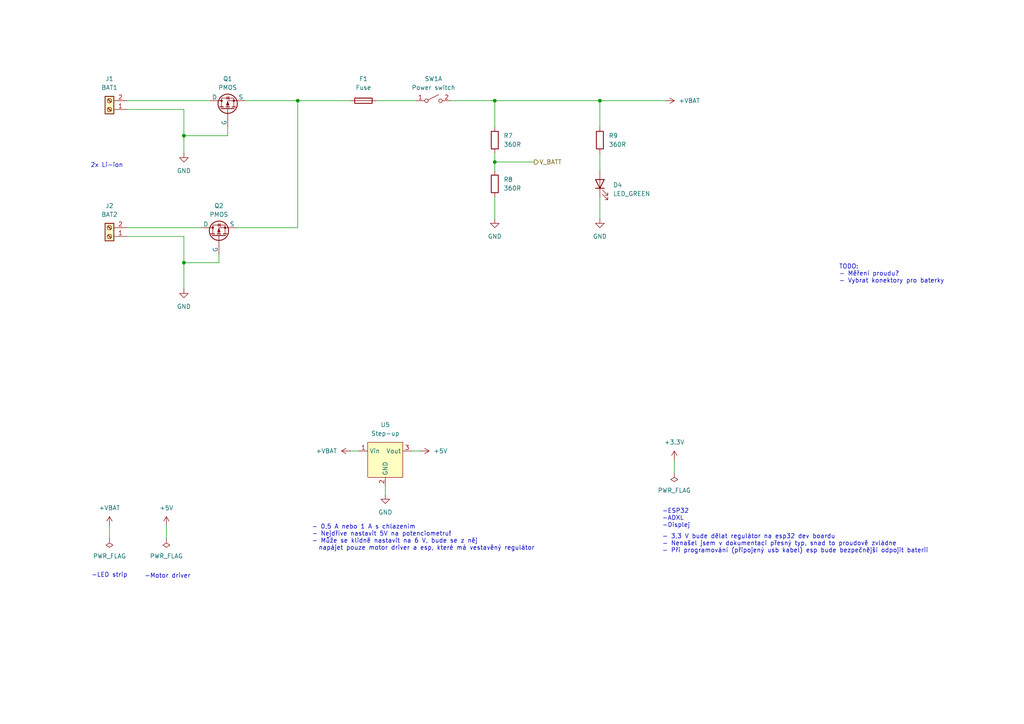
<source format=kicad_sch>
(kicad_sch (version 20250114) (generator "eeschema") (generator_version "9.0")
  (paper "A4")
  (lib_symbols
    (symbol "Connector:Screw_Terminal_01x02" (pin_names (offset 1.016) (hide yes))
      (property "Reference" "J" (at 0 2.54 0))
      (property "Value" "Screw_Terminal_01x02" (at 0 -5.08 0))
      (symbol "Screw_Terminal_01x02_1_1"
        (rectangle (start -1.27 1.27) (end 1.27 -3.81) (stroke (width 0.254)) (fill (type background)))
        (polyline (pts (xy -0.5334 0.3302) (xy 0.3302 -0.508)) (stroke (width 0.1524)))
        (polyline (pts (xy -0.5334 -2.2098) (xy 0.3302 -3.048)) (stroke (width 0.1524)))
        (polyline (pts (xy -0.3556 0.508) (xy 0.508 -0.3302)) (stroke (width 0.1524)))
        (polyline (pts (xy -0.3556 -2.032) (xy 0.508 -2.8702)) (stroke (width 0.1524)))
        (circle (center 0 0) (radius 0.635) (stroke (width 0.1524)))
        (circle (center 0 -2.54) (radius 0.635) (stroke (width 0.1524)))
        (pin passive line (at -5.08 0 0) (length 3.81) (name "Pin_1") (number "1"))
        (pin passive line (at -5.08 -2.54 0) (length 3.81) (name "Pin_2") (number "2"))
      )
    )
    (symbol "Device:Fuse" (pin_numbers (hide yes)) (pin_names (offset 0))
      (property "Reference" "F" (at 2.032 0 90))
      (property "Value" "Fuse" (at -1.905 0 90))
      (symbol "Fuse_0_1"
        (rectangle (start -0.762 -2.54) (end 0.762 2.54) (stroke (width 0.254)))
        (polyline (pts (xy 0 2.54) (xy 0 -2.54)))
      )
      (symbol "Fuse_1_1"
        (pin passive line (at 0 3.81 270) (length 1.27) (name "~") (number "1"))
        (pin passive line (at 0 -3.81 90) (length 1.27) (name "~") (number "2"))
      )
    )
    (symbol "Device:LED" (pin_numbers (hide yes)) (pin_names (offset 1.016) (hide yes))
      (property "Reference" "D" (at 0 2.54 0))
      (property "Value" "LED" (at 0 -2.54 0))
      (symbol "LED_0_1"
        (polyline (pts (xy -3.048 -0.762) (xy -4.572 -2.286) (xy -3.81 -2.286) (xy -4.572 -2.286) (xy -4.572 -1.524)))
        (polyline (pts (xy -1.778 -0.762) (xy -3.302 -2.286) (xy -2.54 -2.286) (xy -3.302 -2.286) (xy -3.302 -1.524)))
        (polyline (pts (xy -1.27 0) (xy 1.27 0)))
        (polyline (pts (xy -1.27 -1.27) (xy -1.27 1.27)) (stroke (width 0.254)))
        (polyline (pts (xy 1.27 -1.27) (xy 1.27 1.27) (xy -1.27 0) (xy 1.27 -1.27)) (stroke (width 0.254)))
      )
      (symbol "LED_1_1"
        (pin passive line (at -3.81 0 0) (length 2.54) (name "K") (number "1"))
        (pin passive line (at 3.81 0 180) (length 2.54) (name "A") (number "2"))
      )
    )
    (symbol "Device:R" (pin_numbers (hide yes)) (pin_names (offset 0))
      (property "Reference" "R" (at 2.032 0 90))
      (property "Value" "R" (at 0 0 90))
      (symbol "R_0_1"
        (rectangle (start -1.016 -2.54) (end 1.016 2.54) (stroke (width 0.254)))
      )
      (symbol "R_1_1"
        (pin passive line (at 0 3.81 270) (length 1.27) (name "~") (number "1"))
        (pin passive line (at 0 -3.81 90) (length 1.27) (name "~") (number "2"))
      )
    )
    (symbol "Simulation_SPICE:PMOS" (pin_numbers (hide yes)) (pin_names (offset 0))
      (property "Reference" "Q" (at 5.08 1.27 0))
      (property "Value" "PMOS" (at 5.08 -1.27 0))
      (symbol "PMOS_0_1"
        (polyline (pts (xy 0.254 1.905) (xy 0.254 -1.905)) (stroke (width 0.254)))
        (polyline (pts (xy 0.254 0) (xy -2.54 0)))
        (polyline (pts (xy 0.762 2.286) (xy 0.762 1.27)) (stroke (width 0.254)))
        (polyline (pts (xy 0.762 1.778) (xy 3.302 1.778) (xy 3.302 -1.778) (xy 0.762 -1.778)))
        (polyline (pts (xy 0.762 0.508) (xy 0.762 -0.508)) (stroke (width 0.254)))
        (polyline (pts (xy 0.762 -1.27) (xy 0.762 -2.286)) (stroke (width 0.254)))
        (circle (center 1.651 0) (radius 2.794) (stroke (width 0.254)))
        (polyline (pts (xy 2.286 0) (xy 1.27 0.381) (xy 1.27 -0.381) (xy 2.286 0)) (fill (type outline)))
        (polyline (pts (xy 2.54 2.54) (xy 2.54 1.778)))
        (circle (center 2.54 1.778) (radius 0.254) (fill (type outline)))
        (circle (center 2.54 -1.778) (radius 0.254) (fill (type outline)))
        (polyline (pts (xy 2.54 -2.54) (xy 2.54 0) (xy 0.762 0)))
        (polyline (pts (xy 2.794 -0.508) (xy 2.921 -0.381) (xy 3.683 -0.381) (xy 3.81 -0.254)))
        (polyline (pts (xy 3.302 -0.381) (xy 2.921 0.254) (xy 3.683 0.254) (xy 3.302 -0.381)))
      )
      (symbol "PMOS_1_1"
        (pin input line (at -5.08 0 0) (length 2.54) (name "G") (number "2"))
        (pin passive line (at 2.54 5.08 270) (length 2.54) (name "D") (number "1"))
        (pin passive line (at 2.54 -5.08 90) (length 2.54) (name "S") (number "3"))
      )
    )
    (symbol "Switch:SW_DPST_x2" (pin_names (offset 0) (hide yes))
      (property "Reference" "SW" (at 0 3.175 0))
      (property "Value" "SW_DPST_x2" (at 0 -2.54 0))
      (symbol "SW_DPST_x2_0_0"
        (circle (center -2.032 0) (radius 0.508))
        (polyline (pts (xy -1.524 0.254) (xy 1.524 1.778)))
        (circle (center 2.032 0) (radius 0.508))
      )
      (symbol "SW_DPST_x2_1_1"
        (pin passive line (at -5.08 0 0) (length 2.54) (name "A") (number "1"))
        (pin passive line (at 5.08 0 180) (length 2.54) (name "B") (number "2"))
      )
      (symbol "SW_DPST_x2_2_1"
        (pin passive line (at -5.08 0 0) (length 2.54) (name "A") (number "3"))
        (pin passive line (at 5.08 0 180) (length 2.54) (name "B") (number "4"))
      )
    )
    (symbol "power:GND" (power) (pin_numbers (hide yes)) (pin_names (offset 0) (hide yes))
      (property "Value" "GND" (at 0 -3.81 0))
      (symbol "GND_0_1"
        (polyline (pts (xy 0 0) (xy 0 -1.27) (xy 1.27 -1.27) (xy 0 -2.54) (xy -1.27 -1.27) (xy 0 -1.27)))
      )
      (symbol "GND_1_1"
        (pin power_in line (at 0 0 270) (length 0) (name "~") (number "1"))
      )
    )
    (symbol "power:PWR_FLAG" (power) (pin_numbers (hide yes)) (pin_names (offset 0) (hide yes))
      (property "Value" "PWR_FLAG" (at 0 3.81 0))
      (symbol "PWR_FLAG_0_0"
        (pin power_out line (at 0 0 90) (length 0) (name "~") (number "1"))
      )
      (symbol "PWR_FLAG_0_1"
        (polyline (pts (xy 0 0) (xy 0 1.27) (xy -1.016 1.905) (xy 0 2.54) (xy 1.016 1.905) (xy 0 1.27)))
      )
    )
    (symbol "power:VCC" (power) (pin_numbers (hide yes)) (pin_names (offset 0) (hide yes))
      (property "Value" "VCC" (at 0 3.556 0))
      (symbol "VCC_0_1"
        (polyline (pts (xy -0.762 1.27) (xy 0 2.54)))
        (polyline (pts (xy 0 2.54) (xy 0.762 1.27)))
        (polyline (pts (xy 0 0) (xy 0 2.54)))
      )
      (symbol "VCC_1_1"
        (pin power_in line (at 0 0 90) (length 0) (name "~") (number "1"))
      )
    )
    (symbol "step-up_module:_1"
      (property "Reference" "U" (at 0 6.35 0))
      (symbol "_1_1_1"
        (rectangle (start -5.08 5.08) (end 5.08 -5.08) (fill (type background)))
        (pin power_in line (at -7.62 2.54 0) (length 2.54) (name "Vin") (number "1"))
        (pin power_out line (at 0 -7.62 90) (length 2.54) (name "GND") (number "2"))
        (pin power_out line (at 7.62 2.54 180) (length 2.54) (name "Vout") (number "3"))
      )
    )
  )
  (text "-ESP32\n-ADXL\n-Displej" (at 192.024 150.368 0) (effects (font (size 1.27 1.27)) (justify left)))
  (text "-LED strip" (at 31.75 166.878 0) (effects (font (size 1.27 1.27))))
  (text "2x Li-ion" (at 30.988 48.006 0) (effects (font (size 1.27 1.27))))
  (text "-Motor driver" (at 41.91 167.132 0) (effects (font (size 1.27 1.27)) (justify left)))
  (text "- 0,5 A nebo 1 A s chlazením\n- Nejdříve nastavit 5V na potenciometru!\n- Může se klidně nastavit na 6 V, bude se z něj \n  napájet pouze motor driver a esp, které má vestavěný regulátor\n" (at 90.424 152.146 0) (effects (font (size 1.27 1.27)) (justify left top)))
  (text "- 3,3 V bude dělat regulátor na esp32 dev boardu\n- Nenašel jsem v dokumentaci přesný typ, snad to proudově zvládne\n- Při programování (připojený usb kabel) esp bude bezpečnější odpojit baterii\n" (at 192.024 154.94 0) (effects (font (size 1.27 1.27)) (justify left top)))
  (text "TODO:\n- Měření proudu?\n- Vybrat konektory pro baterky\n" (at 243.332 76.708 0) (effects (font (size 1.27 1.27)) (justify left top)))
  (junction (at 86.36 29.21))
  (junction (at 143.51 29.21))
  (junction (at 143.51 46.99))
  (junction (at 173.99 29.21))
  (junction (at 53.34 39.37))
  (junction (at 53.34 76.2))
  (wire (pts (xy 143.51 29.21) (xy 173.99 29.21)))
  (wire (pts (xy 53.34 76.2) (xy 53.34 68.58)))
  (wire (pts (xy 53.34 68.58) (xy 36.83 68.58)))
  (wire (pts (xy 143.51 46.99) (xy 143.51 49.53)))
  (wire (pts (xy 36.83 66.04) (xy 58.42 66.04)))
  (wire (pts (xy 36.83 31.75) (xy 53.34 31.75)))
  (wire (pts (xy 86.36 29.21) (xy 101.6 29.21)))
  (wire (pts (xy 143.51 36.83) (xy 143.51 29.21)))
  (wire (pts (xy 53.34 83.82) (xy 53.34 76.2)))
  (wire (pts (xy 66.04 36.83) (xy 66.04 39.37)))
  (wire (pts (xy 53.34 44.45) (xy 53.34 39.37)))
  (wire (pts (xy 101.6 130.81) (xy 104.14 130.81)))
  (wire (pts (xy 36.83 29.21) (xy 60.96 29.21)))
  (wire (pts (xy 63.5 73.66) (xy 63.5 76.2)))
  (wire (pts (xy 130.81 29.21) (xy 143.51 29.21)))
  (wire (pts (xy 53.34 76.2) (xy 63.5 76.2)))
  (wire (pts (xy 111.76 140.97) (xy 111.76 143.51)))
  (wire (pts (xy 86.36 66.04) (xy 86.36 29.21)))
  (wire (pts (xy 143.51 57.15) (xy 143.51 63.5)))
  (wire (pts (xy 71.12 29.21) (xy 86.36 29.21)))
  (wire (pts (xy 53.34 39.37) (xy 66.04 39.37)))
  (wire (pts (xy 53.34 39.37) (xy 53.34 31.75)))
  (wire (pts (xy 173.99 44.45) (xy 173.99 49.53)))
  (wire (pts (xy 109.22 29.21) (xy 120.65 29.21)))
  (wire (pts (xy 119.38 130.81) (xy 121.92 130.81)))
  (wire (pts (xy 68.58 66.04) (xy 86.36 66.04)))
  (wire (pts (xy 195.58 133.35) (xy 195.58 137.16)))
  (wire (pts (xy 193.04 29.21) (xy 173.99 29.21)))
  (wire (pts (xy 143.51 44.45) (xy 143.51 46.99)))
  (wire (pts (xy 143.51 46.99) (xy 154.94 46.99)))
  (wire (pts (xy 173.99 29.21) (xy 173.99 36.83)))
  (wire (pts (xy 48.26 152.4) (xy 48.26 156.21)))
  (wire (pts (xy 31.75 152.4) (xy 31.75 156.21)))
  (wire (pts (xy 173.99 57.15) (xy 173.99 63.5)))
  (hierarchical_label "V_BATT" (shape output) (at 154.94 46.99 0))
  (symbol (lib_id "Device:LED") (at 173.99 53.34 90) (unit 1)
    (property "Reference" "D4" (at 177.8 53.6574 90) (effects (justify right)))
    (property "Value" "LED_GREEN" (at 177.8 56.1974 90) (effects (justify right)))
    (property "Footprint" "LED_SMD:LED_0805_2012Metric_Pad1.15x1.40mm_HandSolder" (effects (hide yes)))
    (property "Description" "ULM" (effects (hide yes)))
    (property "Manufacturer Part Number" "APTD2012LCGCK " (effects (hide yes)))
    (property "Mouser Part Number" "604-APTD2012LCGCK " (effects (hide yes)))
    (property "Ullmanna Part Number" "BMCLED102 " (effects (hide yes)))
  )
  (symbol (lib_id "power:GND") (at 53.34 44.45 0) (unit 1)
    (property "Reference" "#PWR038" (effects (hide yes)))
    (property "Value" "GND" (at 53.34 49.53 0))
    (property "Description" "Power symbol creates a global label with name \"GND\" , ground" (effects (hide yes)))
  )
  (symbol (lib_id "power:VCC") (at 193.04 29.21 270) (unit 1)
    (property "Reference" "#PWR034" (effects (hide yes)))
    (property "Value" "+VBAT" (at 196.85 29.2099 90) (effects (justify left)))
    (property "Description" "Power symbol creates a global label with name \"VCC\"" (effects (hide yes)))
  )
  (symbol (lib_id "power:VCC") (at 121.92 130.81 270) (unit 1)
    (property "Reference" "#PWR017" (effects (hide yes)))
    (property "Value" "+5V" (at 125.73 130.8099 90) (effects (justify left)))
    (property "Description" "Power symbol creates a global label with name \"VCC\"" (effects (hide yes)))
  )
  (symbol (lib_id "Simulation_SPICE:PMOS") (at 66.04 31.75 90) (unit 1)
    (property "Reference" "Q1" (at 66.04 22.86 90))
    (property "Value" "PMOS" (at 66.04 25.4 90))
    (property "Footprint" "Package_TO_SOT_SMD:TO-252-2" (effects (hide yes)))
    (property "Datasheet" "https://www.vishay.com/docs/62000/sqs201cenw.pdf" (effects (hide yes)))
    (property "Description" "P - mosfet" (effects (hide yes)))
    (property "Sim.Device" "PMOS" (effects (hide yes)))
    (property "Sim.Type" "VDMOS" (effects (hide yes)))
    (property "Sim.Pins" "1=D 2=G 3=S" (effects (hide yes)))
    (property "Manufacturer Part Number" "SQS201CENW-T1_GE3 " (effects (hide yes)))
    (property "Supplier" "Mouser" (effects (hide yes)))
    (property "Supplier Part Number" "78-SQS201CENW-T1_GE3" (effects (hide yes)))
  )
  (symbol (lib_id "power:VCC") (at 31.75 152.4 0) (unit 1)
    (property "Reference" "#PWR012" (effects (hide yes)))
    (property "Value" "+VBAT" (at 31.75 147.32 0))
    (property "Description" "Power symbol creates a global label with name \"VCC\"" (effects (hide yes)))
  )
  (symbol (lib_id "power:GND") (at 143.51 63.5 0) (unit 1)
    (property "Reference" "#PWR036" (effects (hide yes)))
    (property "Value" "GND" (at 143.51 68.58 0))
    (property "Description" "Power symbol creates a global label with name \"GND\" , ground" (effects (hide yes)))
  )
  (symbol (lib_id "power:PWR_FLAG") (at 195.58 137.16 180) (unit 1)
    (property "Reference" "#FLG04" (effects (hide yes)))
    (property "Value" "PWR_FLAG" (at 195.58 142.24 0))
    (property "Description" "Special symbol for telling ERC where power comes from" (effects (hide yes)))
  )
  (symbol (lib_id "Device:R") (at 143.51 53.34 0) (unit 1)
    (property "Reference" "R8" (at 146.05 52.0699 0) (effects (justify left)))
    (property "Value" "360R" (at 146.05 54.6099 0) (effects (justify left)))
    (property "Footprint" "Resistor_SMD:R_0603_1608Metric_Pad0.98x0.95mm_HandSolder" (effects (hide yes)))
    (property "Description" "Resistor" (effects (hide yes)))
    (property "Manufacturer Part Number" "CRCW0603360RJNTA" (effects (hide yes)))
    (property "Supplier" "Mouser" (effects (hide yes)))
    (property "Supplier Part Number" "71-CRCW0603J-360" (effects (hide yes)))
  )
  (symbol (lib_id "power:PWR_FLAG") (at 31.75 156.21 180) (unit 1)
    (property "Reference" "#FLG01" (effects (hide yes)))
    (property "Value" "PWR_FLAG" (at 31.75 161.29 0))
    (property "Description" "Special symbol for telling ERC where power comes from" (effects (hide yes)))
  )
  (symbol (lib_id "power:PWR_FLAG") (at 48.26 156.21 180) (unit 1)
    (property "Reference" "#FLG02" (effects (hide yes)))
    (property "Value" "PWR_FLAG" (at 48.26 161.29 0))
    (property "Description" "Special symbol for telling ERC where power comes from" (effects (hide yes)))
  )
  (symbol (lib_id "Device:Fuse") (at 105.41 29.21 90) (unit 1)
    (property "Reference" "F1" (at 105.41 22.86 90))
    (property "Value" "Fuse" (at 105.41 25.4 90))
    (property "Description" "Fuse" (effects (hide yes)))
  )
  (symbol (lib_id "Switch:SW_DPST_x2") (at 125.73 29.21 0) (unit 1)
    (property "Reference" "SW1" (at 125.73 22.86 0))
    (property "Value" "Power switch" (at 125.73 25.4 0))
    (property "Description" "Single Pole Single Throw (SPST) switch, separate symbol" (effects (hide yes)))
  )
  (symbol (lib_id "power:VCC") (at 48.26 152.4 0) (unit 1)
    (property "Reference" "#PWR013" (effects (hide yes)))
    (property "Value" "+5V" (at 48.26 147.32 0))
    (property "Description" "Power symbol creates a global label with name \"VCC\"" (effects (hide yes)))
  )
  (symbol (lib_id "Device:R") (at 143.51 40.64 180) (unit 1)
    (property "Reference" "R7" (at 146.05 39.3699 0) (effects (justify right)))
    (property "Value" "360R" (at 146.05 41.9099 0) (effects (justify right)))
    (property "Footprint" "Resistor_SMD:R_0603_1608Metric_Pad0.98x0.95mm_HandSolder" (effects (hide yes)))
    (property "Description" "Resistor" (effects (hide yes)))
    (property "Manufacturer Part Number" "CRCW0603360RJNTA" (effects (hide yes)))
    (property "Supplier" "Mouser" (effects (hide yes)))
    (property "Supplier Part Number" "71-CRCW0603J-360" (effects (hide yes)))
  )
  (symbol (lib_id "step-up_module:_1") (at 111.76 133.35 0) (unit 1)
    (property "Reference" "U5" (at 111.76 123.19 0))
    (property "Value" "Step-up" (at 111.76 125.73 0))
    (property "Footprint" "step-up_module:step-up_module" (effects (hide yes)))
    (property "Datasheet" "https://www.olimex.com/Products/Breadboarding/BB-PWR-3608/resources/MT3608.pdf" (effects (hide yes)))
    (property "Description" "Step-up max" (effects (hide yes)))
    (property "Manufacturer Part Number" "LA122015" (effects (hide yes)))
    (property "Supplier" "LaskaKit" (effects (hide yes)))
    (property "Supplier Part Number" "LA122015" (effects (hide yes)))
  )
  (symbol (lib_id "Connector:Screw_Terminal_01x02") (at 31.75 31.75 180) (unit 1)
    (property "Reference" "J1" (at 31.75 22.86 0))
    (property "Value" "BAT1" (at 31.75 25.4 0))
    (property "Description" "Generic screw terminal, single row, 01x02, script generated (kicad-library-utils/schlib/autogen/connector/)" (effects (hide yes)))
  )
  (symbol (lib_id "Device:R") (at 173.99 40.64 0) (unit 1)
    (property "Reference" "R9" (at 176.53 39.3699 0) (effects (justify left)))
    (property "Value" "360R" (at 176.53 41.9099 0) (effects (justify left)))
    (property "Footprint" "Resistor_SMD:R_0603_1608Metric_Pad0.98x0.95mm_HandSolder" (effects (hide yes)))
    (property "Description" "Resistor" (effects (hide yes)))
    (property "Manufacturer Part Number" "CRCW0603360RJNTA" (effects (hide yes)))
    (property "Supplier" "Mouser" (effects (hide yes)))
    (property "Supplier Part Number" "71-CRCW0603J-360" (effects (hide yes)))
  )
  (symbol (lib_id "power:GND") (at 111.76 143.51 0) (unit 1)
    (property "Reference" "#PWR018" (effects (hide yes)))
    (property "Value" "GND" (at 111.76 148.59 0))
    (property "Description" "Power symbol creates a global label with name \"GND\" , ground" (effects (hide yes)))
  )
  (symbol (lib_id "Connector:Screw_Terminal_01x02") (at 31.75 68.58 180) (unit 1)
    (property "Reference" "J2" (at 31.75 59.69 0))
    (property "Value" "BAT2" (at 31.75 62.23 0))
    (property "Description" "Generic screw terminal, single row, 01x02, script generated (kicad-library-utils/schlib/autogen/connector/)" (effects (hide yes)))
  )
  (symbol (lib_id "power:GND") (at 53.34 83.82 0) (unit 1)
    (property "Reference" "#PWR039" (effects (hide yes)))
    (property "Value" "GND" (at 53.34 88.9 0))
    (property "Description" "Power symbol creates a global label with name \"GND\" , ground" (effects (hide yes)))
  )
  (symbol (lib_id "power:GND") (at 173.99 63.5 0) (unit 1)
    (property "Reference" "#PWR037" (effects (hide yes)))
    (property "Value" "GND" (at 173.99 68.58 0))
    (property "Description" "Power symbol creates a global label with name \"GND\" , ground" (effects (hide yes)))
  )
  (symbol (lib_id "power:VCC") (at 101.6 130.81 90) (unit 1)
    (property "Reference" "#PWR016" (effects (hide yes)))
    (property "Value" "+VBAT" (at 97.79 130.8099 90) (effects (justify left)))
    (property "Description" "Power symbol creates a global label with name \"VCC\"" (effects (hide yes)))
  )
  (symbol (lib_id "power:VCC") (at 195.58 133.35 0) (unit 1)
    (property "Reference" "#PWR015" (effects (hide yes)))
    (property "Value" "+3.3V" (at 195.58 128.27 0))
    (property "Description" "Power symbol creates a global label with name \"VCC\"" (effects (hide yes)))
  )
  (symbol (lib_id "Simulation_SPICE:PMOS") (at 63.5 68.58 90) (unit 1)
    (property "Reference" "Q2" (at 63.5 59.69 90))
    (property "Value" "PMOS" (at 63.5 62.23 90))
    (property "Footprint" "Package_TO_SOT_SMD:TO-252-2" (effects (hide yes)))
    (property "Datasheet" "https://www.vishay.com/docs/62000/sqs201cenw.pdf" (effects (hide yes)))
    (property "Description" "P - mosfet" (effects (hide yes)))
    (property "Sim.Device" "PMOS" (effects (hide yes)))
    (property "Sim.Type" "VDMOS" (effects (hide yes)))
    (property "Sim.Pins" "1=D 2=G 3=S" (effects (hide yes)))
    (property "Manufacturer Part Number" "SQS201CENW-T1_GE3 " (effects (hide yes)))
    (property "Supplier" "Mouser" (effects (hide yes)))
    (property "Supplier Part Number" "78-SQS201CENW-T1_GE3" (effects (hide yes)))
  )
)
</source>
